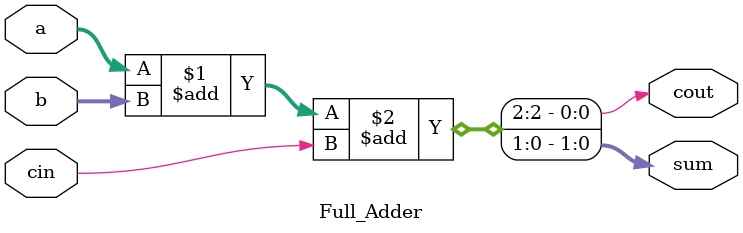
<source format=v>
module Full_Adder(
    input [1:0] a,
    input [1:0] b,
    input cin,
    output cout,
    output [1:0] sum
);
    assign {cout, sum} = a + b + cin;

endmodule


</source>
